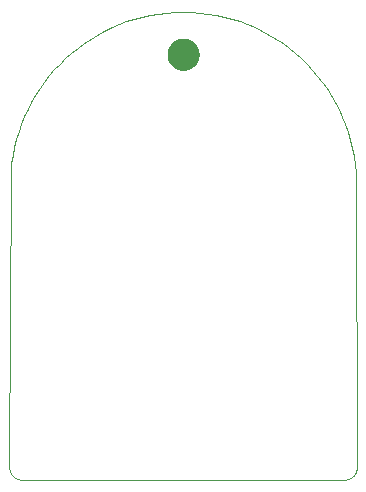
<source format=gbr>
%TF.GenerationSoftware,KiCad,Pcbnew,9.0.1*%
%TF.CreationDate,2025-07-13T22:34:50-07:00*%
%TF.ProjectId,defcon33_keychhain,64656663-6f6e-4333-935f-6b6579636868,rev?*%
%TF.SameCoordinates,Original*%
%TF.FileFunction,Profile,NP*%
%FSLAX46Y46*%
G04 Gerber Fmt 4.6, Leading zero omitted, Abs format (unit mm)*
G04 Created by KiCad (PCBNEW 9.0.1) date 2025-07-13 22:34:50*
%MOMM*%
%LPD*%
G01*
G04 APERTURE LIST*
%TA.AperFunction,Profile*%
%ADD10C,0.097071*%
%TD*%
%TA.AperFunction,Profile*%
%ADD11C,0.100000*%
%TD*%
G04 APERTURE END LIST*
D10*
X152467733Y-58683790D02*
X152534580Y-58688873D01*
X152600454Y-58697243D01*
X152665274Y-58708819D01*
X152728957Y-58723517D01*
X152791420Y-58741254D01*
X152852580Y-58761949D01*
X152912354Y-58785517D01*
X152970661Y-58811877D01*
X153027417Y-58840945D01*
X153082539Y-58872640D01*
X153135944Y-58906877D01*
X153187551Y-58943576D01*
X153237276Y-58982652D01*
X153285037Y-59024024D01*
X153330751Y-59067608D01*
X153374335Y-59113321D01*
X153415706Y-59161082D01*
X153454782Y-59210807D01*
X153491481Y-59262414D01*
X153525719Y-59315820D01*
X153557413Y-59370942D01*
X153586481Y-59427697D01*
X153612841Y-59486004D01*
X153636410Y-59545778D01*
X153657104Y-59606938D01*
X153674841Y-59669401D01*
X153689539Y-59733084D01*
X153701115Y-59797904D01*
X153709486Y-59863779D01*
X153714569Y-59930625D01*
X153716281Y-59998361D01*
X153714569Y-60066097D01*
X153709486Y-60132943D01*
X153701115Y-60198818D01*
X153689539Y-60263638D01*
X153674841Y-60327321D01*
X153657104Y-60389784D01*
X153636410Y-60450944D01*
X153612841Y-60510718D01*
X153586481Y-60569025D01*
X153557413Y-60625780D01*
X153525719Y-60680902D01*
X153491481Y-60734308D01*
X153454782Y-60785915D01*
X153415706Y-60835640D01*
X153374335Y-60883401D01*
X153330751Y-60929114D01*
X153285037Y-60972698D01*
X153237276Y-61014070D01*
X153187551Y-61053146D01*
X153135944Y-61089844D01*
X153082539Y-61124082D01*
X153027417Y-61155777D01*
X152970661Y-61184845D01*
X152912354Y-61211205D01*
X152852580Y-61234773D01*
X152791420Y-61255468D01*
X152728957Y-61273205D01*
X152665274Y-61287903D01*
X152600454Y-61299479D01*
X152534580Y-61307849D01*
X152467733Y-61312932D01*
X152399997Y-61314645D01*
X152332261Y-61312932D01*
X152265415Y-61307849D01*
X152199540Y-61299479D01*
X152134720Y-61287903D01*
X152071037Y-61273205D01*
X152008574Y-61255468D01*
X151947414Y-61234773D01*
X151887640Y-61211205D01*
X151829333Y-61184845D01*
X151772578Y-61155777D01*
X151717456Y-61124082D01*
X151664050Y-61089844D01*
X151612443Y-61053146D01*
X151562718Y-61014070D01*
X151514957Y-60972698D01*
X151469244Y-60929114D01*
X151425660Y-60883401D01*
X151384288Y-60835640D01*
X151345212Y-60785915D01*
X151308514Y-60734308D01*
X151274276Y-60680902D01*
X151242581Y-60625780D01*
X151213513Y-60569025D01*
X151187153Y-60510718D01*
X151163585Y-60450944D01*
X151142890Y-60389784D01*
X151125153Y-60327321D01*
X151110455Y-60263638D01*
X151098880Y-60198818D01*
X151090509Y-60132943D01*
X151085426Y-60066097D01*
X151083713Y-59998361D01*
X151085426Y-59930625D01*
X151090509Y-59863779D01*
X151098880Y-59797904D01*
X151110455Y-59733084D01*
X151125153Y-59669401D01*
X151142890Y-59606938D01*
X151163585Y-59545778D01*
X151187153Y-59486004D01*
X151213513Y-59427697D01*
X151242581Y-59370942D01*
X151274276Y-59315820D01*
X151308514Y-59262414D01*
X151345212Y-59210807D01*
X151384288Y-59161082D01*
X151425660Y-59113321D01*
X151469244Y-59067608D01*
X151514957Y-59024024D01*
X151562718Y-58982652D01*
X151612443Y-58943576D01*
X151664050Y-58906877D01*
X151717456Y-58872640D01*
X151772578Y-58840945D01*
X151829333Y-58811877D01*
X151887640Y-58785517D01*
X151947414Y-58761949D01*
X152008574Y-58741254D01*
X152071037Y-58723517D01*
X152134720Y-58708819D01*
X152199540Y-58697243D01*
X152265415Y-58688873D01*
X152332261Y-58683790D01*
X152399997Y-58682077D01*
X152467733Y-58683790D01*
%TA.AperFunction,Profile*%
G36*
X152467733Y-58683790D02*
G01*
X152534580Y-58688873D01*
X152600454Y-58697243D01*
X152665274Y-58708819D01*
X152728957Y-58723517D01*
X152791420Y-58741254D01*
X152852580Y-58761949D01*
X152912354Y-58785517D01*
X152970661Y-58811877D01*
X153027417Y-58840945D01*
X153082539Y-58872640D01*
X153135944Y-58906877D01*
X153187551Y-58943576D01*
X153237276Y-58982652D01*
X153285037Y-59024024D01*
X153330751Y-59067608D01*
X153374335Y-59113321D01*
X153415706Y-59161082D01*
X153454782Y-59210807D01*
X153491481Y-59262414D01*
X153525719Y-59315820D01*
X153557413Y-59370942D01*
X153586481Y-59427697D01*
X153612841Y-59486004D01*
X153636410Y-59545778D01*
X153657104Y-59606938D01*
X153674841Y-59669401D01*
X153689539Y-59733084D01*
X153701115Y-59797904D01*
X153709486Y-59863779D01*
X153714569Y-59930625D01*
X153716281Y-59998361D01*
X153714569Y-60066097D01*
X153709486Y-60132943D01*
X153701115Y-60198818D01*
X153689539Y-60263638D01*
X153674841Y-60327321D01*
X153657104Y-60389784D01*
X153636410Y-60450944D01*
X153612841Y-60510718D01*
X153586481Y-60569025D01*
X153557413Y-60625780D01*
X153525719Y-60680902D01*
X153491481Y-60734308D01*
X153454782Y-60785915D01*
X153415706Y-60835640D01*
X153374335Y-60883401D01*
X153330751Y-60929114D01*
X153285037Y-60972698D01*
X153237276Y-61014070D01*
X153187551Y-61053146D01*
X153135944Y-61089844D01*
X153082539Y-61124082D01*
X153027417Y-61155777D01*
X152970661Y-61184845D01*
X152912354Y-61211205D01*
X152852580Y-61234773D01*
X152791420Y-61255468D01*
X152728957Y-61273205D01*
X152665274Y-61287903D01*
X152600454Y-61299479D01*
X152534580Y-61307849D01*
X152467733Y-61312932D01*
X152399997Y-61314645D01*
X152332261Y-61312932D01*
X152265415Y-61307849D01*
X152199540Y-61299479D01*
X152134720Y-61287903D01*
X152071037Y-61273205D01*
X152008574Y-61255468D01*
X151947414Y-61234773D01*
X151887640Y-61211205D01*
X151829333Y-61184845D01*
X151772578Y-61155777D01*
X151717456Y-61124082D01*
X151664050Y-61089844D01*
X151612443Y-61053146D01*
X151562718Y-61014070D01*
X151514957Y-60972698D01*
X151469244Y-60929114D01*
X151425660Y-60883401D01*
X151384288Y-60835640D01*
X151345212Y-60785915D01*
X151308514Y-60734308D01*
X151274276Y-60680902D01*
X151242581Y-60625780D01*
X151213513Y-60569025D01*
X151187153Y-60510718D01*
X151163585Y-60450944D01*
X151142890Y-60389784D01*
X151125153Y-60327321D01*
X151110455Y-60263638D01*
X151098880Y-60198818D01*
X151090509Y-60132943D01*
X151085426Y-60066097D01*
X151083713Y-59998361D01*
X151085426Y-59930625D01*
X151090509Y-59863779D01*
X151098880Y-59797904D01*
X151110455Y-59733084D01*
X151125153Y-59669401D01*
X151142890Y-59606938D01*
X151163585Y-59545778D01*
X151187153Y-59486004D01*
X151213513Y-59427697D01*
X151242581Y-59370942D01*
X151274276Y-59315820D01*
X151308514Y-59262414D01*
X151345212Y-59210807D01*
X151384288Y-59161082D01*
X151425660Y-59113321D01*
X151469244Y-59067608D01*
X151514957Y-59024024D01*
X151562718Y-58982652D01*
X151612443Y-58943576D01*
X151664050Y-58906877D01*
X151717456Y-58872640D01*
X151772578Y-58840945D01*
X151829333Y-58811877D01*
X151887640Y-58785517D01*
X151947414Y-58761949D01*
X152008574Y-58741254D01*
X152071037Y-58723517D01*
X152134720Y-58708819D01*
X152199540Y-58697243D01*
X152265415Y-58688873D01*
X152332261Y-58683790D01*
X152399997Y-58682077D01*
X152467733Y-58683790D01*
G37*
%TD.AperFunction*%
D11*
X153111854Y-56406840D02*
X153821659Y-56458457D01*
X154522126Y-56543398D01*
X155212426Y-56660893D01*
X155891728Y-56810168D01*
X156559203Y-56990450D01*
X157214020Y-57200966D01*
X157855350Y-57440944D01*
X158482363Y-57709612D01*
X159094229Y-58006195D01*
X159690117Y-58329922D01*
X160269199Y-58680021D01*
X160830643Y-59055717D01*
X161373621Y-59456238D01*
X161897302Y-59880812D01*
X162400856Y-60328666D01*
X162883454Y-60799027D01*
X163344266Y-61291122D01*
X163782461Y-61804180D01*
X164197209Y-62337425D01*
X164587682Y-62890088D01*
X164953048Y-63461393D01*
X165292478Y-64050569D01*
X165605142Y-64656843D01*
X165890210Y-65279443D01*
X166146853Y-65917594D01*
X166374240Y-66570526D01*
X166571541Y-67237464D01*
X166737926Y-67917637D01*
X166872566Y-68610271D01*
X166974631Y-69314594D01*
X167043291Y-70029833D01*
X167110471Y-94959062D01*
X167109108Y-95013336D01*
X167105062Y-95066879D01*
X167098397Y-95119627D01*
X167089180Y-95171515D01*
X167077474Y-95222476D01*
X167063346Y-95272447D01*
X167046861Y-95321362D01*
X167028082Y-95369156D01*
X167007076Y-95415764D01*
X166983908Y-95461120D01*
X166958643Y-95505161D01*
X166931345Y-95547820D01*
X166902080Y-95589032D01*
X166870913Y-95628733D01*
X166837909Y-95666858D01*
X166803133Y-95703340D01*
X166766650Y-95738116D01*
X166728526Y-95771120D01*
X166688825Y-95802287D01*
X166647612Y-95831552D01*
X166604953Y-95858850D01*
X166560913Y-95884116D01*
X166515557Y-95907284D01*
X166468949Y-95928290D01*
X166421155Y-95947068D01*
X166372241Y-95963554D01*
X166322270Y-95977682D01*
X166271308Y-95989387D01*
X166219421Y-95998604D01*
X166166674Y-96005269D01*
X166113130Y-96009315D01*
X166058856Y-96010678D01*
X138741144Y-96010678D01*
X138686864Y-96009315D01*
X138633304Y-96005268D01*
X138580530Y-95998604D01*
X138528608Y-95989386D01*
X138477605Y-95977681D01*
X138427585Y-95963553D01*
X138378617Y-95947067D01*
X138330765Y-95928288D01*
X138284097Y-95907282D01*
X138238677Y-95884114D01*
X138194574Y-95858848D01*
X138151852Y-95831550D01*
X138110578Y-95802285D01*
X138070818Y-95771118D01*
X138032638Y-95738114D01*
X137996105Y-95703338D01*
X137961285Y-95666855D01*
X137928243Y-95628730D01*
X137897047Y-95589029D01*
X137867762Y-95547816D01*
X137840455Y-95505157D01*
X137815191Y-95461117D01*
X137792038Y-95415761D01*
X137771061Y-95369153D01*
X137752326Y-95321359D01*
X137735899Y-95272444D01*
X137721848Y-95222474D01*
X137710237Y-95171513D01*
X137701134Y-95119626D01*
X137694603Y-95066878D01*
X137690713Y-95013335D01*
X137689529Y-94959062D01*
X137791331Y-69945600D01*
X137863546Y-69235193D01*
X137968711Y-68535703D01*
X138106008Y-67847890D01*
X138274621Y-67172511D01*
X138473734Y-66510325D01*
X138702528Y-65862091D01*
X138960188Y-65228566D01*
X139245896Y-64610510D01*
X139558836Y-64008679D01*
X139898190Y-63423834D01*
X140263143Y-62856732D01*
X140652876Y-62308131D01*
X141066573Y-61778790D01*
X141503418Y-61269467D01*
X141962592Y-60780921D01*
X142443280Y-60313911D01*
X142944665Y-59869193D01*
X143465929Y-59447527D01*
X144006256Y-59049671D01*
X144564829Y-58676384D01*
X145140831Y-58328424D01*
X145733445Y-58006548D01*
X146341855Y-57711517D01*
X146965242Y-57444087D01*
X147602792Y-57205017D01*
X148253685Y-56995067D01*
X148917107Y-56814993D01*
X149592240Y-56665554D01*
X150278266Y-56547510D01*
X150974370Y-56461617D01*
X151679734Y-56408635D01*
X152393541Y-56389322D01*
X153111854Y-56406840D01*
M02*

</source>
